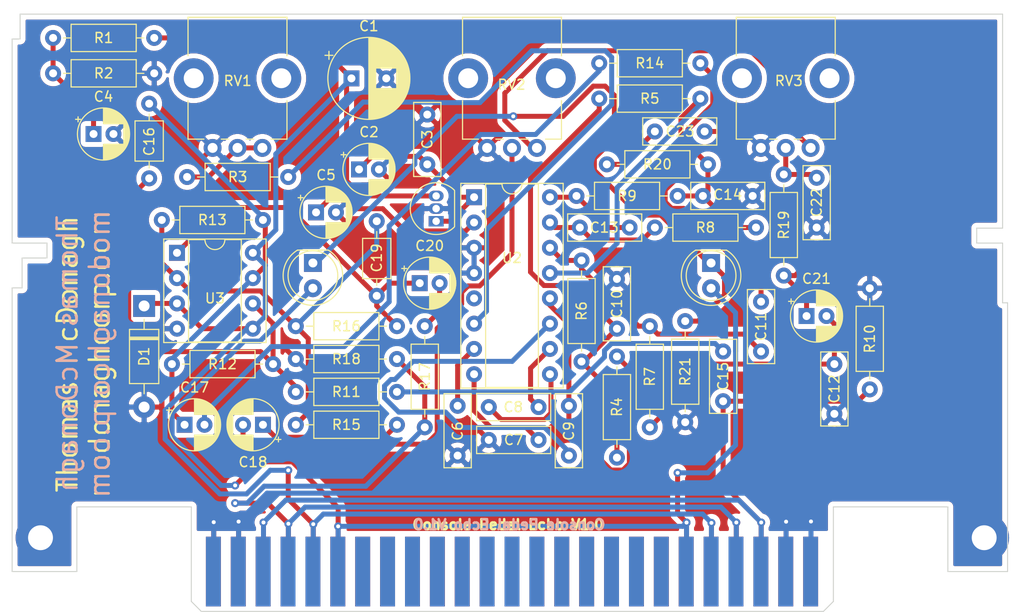
<source format=kicad_pcb>
(kicad_pcb (version 20171130) (host pcbnew "(5.1.7)-1")
  (layers (0 F.Cu signal) (31 B.Cu signal) (34 B.Paste user) (35 F.Paste user) (36 B.SilkS user) (37 F.SilkS user) (38 B.Mask user hide) (39 F.Mask user hide) (44 Edge.Cuts user))
  (net 0 "")
  (net 1 GND)
  (net 2 /LEDPower)
  (net 3 /Input)
  (net 4 /Output)
  (net 5 +9V)
  (net 6 /+5V)
  (net 7 "Net-(C4-Pad1)")
  (net 8 "Net-(C5-Pad1)")
  (net 9 "Net-(C6-Pad1)")
  (net 10 "Net-(C7-Pad1)")
  (net 11 "Net-(C8-Pad1)")
  (net 12 "Net-(C8-Pad2)")
  (net 13 "Net-(C9-Pad2)")
  (net 14 "Net-(C9-Pad1)")
  (net 15 "Net-(C10-Pad1)")
  (net 16 "Net-(C11-Pad1)")
  (net 17 "Net-(C11-Pad2)")
  (net 18 "Net-(C12-Pad1)")
  (net 19 "Net-(C13-Pad1)")
  (net 20 "Net-(C13-Pad2)")
  (net 21 "Net-(C14-Pad1)")
  (net 22 "Net-(C15-Pad1)")
  (net 23 "Net-(C16-Pad2)")
  (net 24 "Net-(C16-Pad1)")
  (net 25 "Net-(C17-Pad2)")
  (net 26 "Net-(C18-Pad1)")
  (net 27 "Net-(C18-Pad2)")
  (net 28 "Net-(C19-Pad1)")
  (net 29 "Net-(C19-Pad2)")
  (net 30 "Net-(C20-Pad2)")
  (net 31 "Net-(C21-Pad1)")
  (net 32 "Net-(C22-Pad2)")
  (net 33 "Net-(C23-Pad2)")
  (net 34 "Net-(C23-Pad1)")
  (net 35 "Net-(D2-Pad1)")
  (net 36 "Net-(R3-Pad2)")
  (net 37 "Net-(R3-Pad1)")
  (module LED_THT:LED_D5.0mm (layer F.Cu) (at 112.715 94.996 270)
    (fp_text reference D2 hide)
    (fp_text value LED)
    (pad 1 thru_hole rect (at 0 0 270) (size 1.8 1.8) (drill 0.9) (layers *.Cu *.Mask) (net 35 "Net-(D2-Pad1)"))
    (pad 2 thru_hole circle (at 2.54 0 270) (size 1.8 1.8) (drill 0.9) (layers *.Cu *.Mask) (net 2 /LEDPower))
  )
  (module LED_THT:LED_D5.0mm (layer F.Cu) (at 152.715 95 270)
    (fp_text reference D3 hide)
    (fp_text value LED)
    (pad 2 thru_hole circle (at 2.54 0 270) (size 1.8 1.8) (drill 0.9) (layers *.Cu *.Mask) (net 2 /LEDPower))
    (pad 1 thru_hole rect (at 0 0 270) (size 1.8 1.8) (drill 0.9) (layers *.Cu *.Mask) (net 35 "Net-(D2-Pad1)"))
  )
  (module libraries:N64-Connector (layer F.Cu) (at 132.715 126)
    (fp_text reference J1 hide)
    (fp_text value Conn_02x25_Counter_Clockwise)
    (pad 1 connect rect (at -30 0) (size 1.5 7) (layers F.Cu F.Mask) (net 1 GND))
    (pad 2 connect rect (at -27.5 0) (size 1.5 7) (layers F.Cu F.Mask) (net 1 GND))
    (pad 3 connect rect (at -25 0) (size 1.5 7) (layers F.Cu F.Mask) (net 3 /Input))
    (pad 4 connect rect (at -22.5 0) (size 1.5 7) (layers F.Cu F.Mask) (net 4 /Output))
    (pad 5 connect rect (at -20 0) (size 1.5 7) (layers F.Cu F.Mask) (net 5 +9V))
    (pad 6 connect rect (at -17.5 0) (size 1.5 7) (layers F.Cu F.Mask) (net 2 /LEDPower))
    (pad 7 connect rect (at -15 0) (size 1.5 7) (layers F.Cu F.Mask))
    (pad 8 connect rect (at -12.5 0) (size 1.5 7) (layers F.Cu F.Mask))
    (pad 9 connect rect (at -10 0) (size 1.5 7) (layers F.Cu F.Mask))
    (pad 10 connect rect (at -7.5 0) (size 1.5 7) (layers F.Cu F.Mask))
    (pad 11 connect rect (at -5 0) (size 1.5 7) (layers F.Cu F.Mask))
    (pad 12 connect rect (at -2.5 0) (size 1.5 7) (layers F.Cu F.Mask))
    (pad 13 connect rect (at 0 0) (size 1.5 7) (layers F.Cu F.Mask))
    (pad 14 connect rect (at 2.5 0) (size 1.5 7) (layers F.Cu F.Mask))
    (pad 15 connect rect (at 5 0) (size 1.5 7) (layers F.Cu F.Mask))
    (pad 16 connect rect (at 7.5 0) (size 1.5 7) (layers F.Cu F.Mask))
    (pad 17 connect rect (at 10 0) (size 1.5 7) (layers F.Cu F.Mask))
    (pad 18 connect rect (at 12.5 0) (size 1.5 7) (layers F.Cu F.Mask))
    (pad 19 connect rect (at 15 0) (size 1.5 7) (layers F.Cu F.Mask))
    (pad 20 connect rect (at 17.5 0) (size 1.5 7) (layers F.Cu F.Mask) (net 2 /LEDPower))
    (pad 21 connect rect (at 20 0) (size 1.5 7) (layers F.Cu F.Mask) (net 5 +9V))
    (pad 22 connect rect (at 22.5 0) (size 1.5 7) (layers F.Cu F.Mask) (net 4 /Output))
    (pad 23 connect rect (at 25 0) (size 1.5 7) (layers F.Cu F.Mask) (net 3 /Input))
    (pad 24 connect rect (at 27.5 0) (size 1.5 7) (layers F.Cu F.Mask) (net 1 GND))
    (pad 25 connect rect (at 30 0) (size 1.5 7) (layers F.Cu F.Mask) (net 1 GND))
    (pad 26 connect rect (at -30 0) (size 1.5 7) (layers B.Cu B.Mask) (net 1 GND))
    (pad 27 connect rect (at -27.5 0) (size 1.5 7) (layers B.Cu B.Mask) (net 1 GND))
    (pad 28 connect rect (at -25 0) (size 1.5 7) (layers B.Cu B.Mask) (net 3 /Input))
    (pad 29 connect rect (at -22.5 0) (size 1.5 7) (layers B.Cu B.Mask) (net 4 /Output))
    (pad 30 connect rect (at -20 0) (size 1.5 7) (layers B.Cu B.Mask) (net 5 +9V))
    (pad 31 connect rect (at -17.5 0) (size 1.5 7) (layers B.Cu B.Mask) (net 2 /LEDPower))
    (pad 32 connect rect (at -15 0) (size 1.5 7) (layers B.Cu B.Mask))
    (pad 33 connect rect (at -12.5 0) (size 1.5 7) (layers B.Cu B.Mask))
    (pad 34 connect rect (at -10 0) (size 1.5 7) (layers B.Cu B.Mask))
    (pad 35 connect rect (at -7.5 0) (size 1.5 7) (layers B.Cu B.Mask))
    (pad 36 connect rect (at -5 0) (size 1.5 7) (layers B.Cu B.Mask))
    (pad 37 connect rect (at -2.5 0) (size 1.5 7) (layers B.Cu B.Mask))
    (pad 38 connect rect (at 0 0) (size 1.5 7) (layers B.Cu B.Mask))
    (pad 39 connect rect (at 2.5 0) (size 1.5 7) (layers B.Cu B.Mask))
    (pad 40 connect rect (at 5 0) (size 1.5 7) (layers B.Cu B.Mask))
    (pad 41 connect rect (at 7.5 0) (size 1.5 7) (layers B.Cu B.Mask))
    (pad 42 connect rect (at 10 0) (size 1.5 7) (layers B.Cu B.Mask))
    (pad 43 connect rect (at 12.5 0) (size 1.5 7) (layers B.Cu B.Mask))
    (pad 44 connect rect (at 15 0) (size 1.5 7) (layers B.Cu B.Mask))
    (pad 45 connect rect (at 17.5 0) (size 1.5 7) (layers B.Cu B.Mask) (net 2 /LEDPower))
    (pad 46 connect rect (at 20 0) (size 1.5 7) (layers B.Cu B.Mask) (net 5 +9V))
    (pad 47 connect rect (at 22.5 0) (size 1.5 7) (layers B.Cu B.Mask) (net 4 /Output))
    (pad 48 connect rect (at 25 0) (size 1.5 7) (layers B.Cu B.Mask) (net 3 /Input))
    (pad 49 connect rect (at 27.5 0) (size 1.5 7) (layers B.Cu B.Mask) (net 1 GND))
    (pad 50 connect rect (at 30 0) (size 1.5 7) (layers B.Cu B.Mask) (net 1 GND))
  )
  (module MountingHole:MountingHole_2.5mm_Pad (layer F.Cu) (at 85.35 122.6)
    (fp_text reference H1 hide)
    (fp_text value MountingHole_Pad)
    (pad 1 thru_hole circle (at 0 0) (size 5 5) (drill 2.5) (layers *.Cu *.Mask) (net 1 GND))
  )
  (module MountingHole:MountingHole_2.5mm_Pad (layer F.Cu) (at 180.15 122.6)
    (fp_text reference H2 hide)
    (fp_text value MountingHole_Pad)
    (pad 1 thru_hole circle (at 0 0) (size 5 5) (drill 2.5) (layers *.Cu *.Mask) (net 1 GND))
  )
  (module Resistor_THT:R_Axial_DIN0207_L6.3mm_D2.5mm_P10.16mm_Horizontal (layer F.Cu) (at 150.114 110.998 90)
    (fp_text reference R21 (at 5.08 0 90) (layer F.SilkS))
    (fp_text value 100K)
    (pad 1 thru_hole circle (at 0 0 90) (size 1.6 1.6) (drill 0.8) (layers *.Cu *.Mask) (net 1 GND))
    (pad 2 thru_hole oval (at 10.16 0 90) (size 1.6 1.6) (drill 0.8) (layers *.Cu *.Mask) (net 35 "Net-(D2-Pad1)"))
  )
  (module Capacitor_THT:CP_Radial_D8.0mm_P3.50mm (layer F.Cu) (at 116.586 76.454)
    (fp_text reference C1 (at 1.75 -5.25) (layer F.SilkS))
    (fp_text value 100uF)
    (pad 1 thru_hole rect (at 0 0) (size 1.6 1.6) (drill 0.8) (layers *.Cu *.Mask) (net 5 +9V))
    (pad 2 thru_hole circle (at 3.5 0) (size 1.6 1.6) (drill 0.8) (layers *.Cu *.Mask) (net 1 GND))
  )
  (module Capacitor_THT:CP_Radial_D5.0mm_P2.00mm (layer F.Cu) (at 117.348 85.598)
    (fp_text reference C2 (at 1 -3.75) (layer F.SilkS))
    (fp_text value 47uF)
    (pad 2 thru_hole circle (at 2 0) (size 1.6 1.6) (drill 0.8) (layers *.Cu *.Mask) (net 1 GND))
    (pad 1 thru_hole rect (at 0 0) (size 1.6 1.6) (drill 0.8) (layers *.Cu *.Mask) (net 6 /+5V))
  )
  (module Capacitor_THT:C_Rect_L7.2mm_W2.5mm_P5.00mm_FKS2_FKP2_MKS2_MKP2 (layer F.Cu) (at 124.206 85.09 90)
    (fp_text reference C3 (at 2.5 0 90) (layer F.SilkS))
    (fp_text value 0.1uF)
    (pad 1 thru_hole circle (at 0 0 90) (size 1.6 1.6) (drill 0.8) (layers *.Cu *.Mask) (net 6 /+5V))
    (pad 2 thru_hole circle (at 5 0 90) (size 1.6 1.6) (drill 0.8) (layers *.Cu *.Mask) (net 1 GND))
  )
  (module Capacitor_THT:CP_Radial_D5.0mm_P2.00mm (layer F.Cu) (at 90.678 82.042)
    (fp_text reference C4 (at 1 -3.75) (layer F.SilkS))
    (fp_text value 47uF)
    (pad 1 thru_hole rect (at 0 0) (size 1.6 1.6) (drill 0.8) (layers *.Cu *.Mask) (net 7 "Net-(C4-Pad1)"))
    (pad 2 thru_hole circle (at 2 0) (size 1.6 1.6) (drill 0.8) (layers *.Cu *.Mask) (net 1 GND))
  )
  (module Capacitor_THT:CP_Radial_D5.0mm_P2.00mm (layer F.Cu) (at 113.03 89.916)
    (fp_text reference C5 (at 1 -3.75) (layer F.SilkS))
    (fp_text value 47uF)
    (pad 2 thru_hole circle (at 2 0) (size 1.6 1.6) (drill 0.8) (layers *.Cu *.Mask) (net 1 GND))
    (pad 1 thru_hole rect (at 0 0) (size 1.6 1.6) (drill 0.8) (layers *.Cu *.Mask) (net 8 "Net-(C5-Pad1)"))
  )
  (module Capacitor_THT:C_Rect_L7.2mm_W2.5mm_P5.00mm_FKS2_FKP2_MKS2_MKP2 (layer F.Cu) (at 127.254 109.347 270)
    (fp_text reference C6 (at 2.54 0 90) (layer F.SilkS))
    (fp_text value 0.1uF)
    (pad 1 thru_hole circle (at 0 0 270) (size 1.6 1.6) (drill 0.8) (layers *.Cu *.Mask) (net 9 "Net-(C6-Pad1)"))
    (pad 2 thru_hole circle (at 5 0 270) (size 1.6 1.6) (drill 0.8) (layers *.Cu *.Mask) (net 1 GND))
  )
  (module Capacitor_THT:C_Rect_L7.2mm_W2.5mm_P5.00mm_FKS2_FKP2_MKS2_MKP2 (layer F.Cu) (at 135.382 112.776 180)
    (fp_text reference C7 (at 2.5 0) (layer F.SilkS))
    (fp_text value 0.1uF)
    (pad 2 thru_hole circle (at 5 0 180) (size 1.6 1.6) (drill 0.8) (layers *.Cu *.Mask) (net 1 GND))
    (pad 1 thru_hole circle (at 0 0 180) (size 1.6 1.6) (drill 0.8) (layers *.Cu *.Mask) (net 10 "Net-(C7-Pad1)"))
  )
  (module Capacitor_THT:C_Rect_L7.2mm_W2.5mm_P5.00mm_FKS2_FKP2_MKS2_MKP2 (layer F.Cu) (at 135.382 109.474 180)
    (fp_text reference C8 (at 2.54 0) (layer F.SilkS))
    (fp_text value 0.1uF)
    (pad 1 thru_hole circle (at 0 0 180) (size 1.6 1.6) (drill 0.8) (layers *.Cu *.Mask) (net 11 "Net-(C8-Pad1)"))
    (pad 2 thru_hole circle (at 5 0 180) (size 1.6 1.6) (drill 0.8) (layers *.Cu *.Mask) (net 12 "Net-(C8-Pad2)"))
  )
  (module Capacitor_THT:C_Rect_L7.2mm_W2.5mm_P5.00mm_FKS2_FKP2_MKS2_MKP2 (layer F.Cu) (at 138.43 109.347 270)
    (fp_text reference C9 (at 2.54 0 270) (layer F.SilkS))
    (fp_text value 0.1uF)
    (pad 2 thru_hole circle (at 5 0 270) (size 1.6 1.6) (drill 0.8) (layers *.Cu *.Mask) (net 13 "Net-(C9-Pad2)"))
    (pad 1 thru_hole circle (at 0 0 270) (size 1.6 1.6) (drill 0.8) (layers *.Cu *.Mask) (net 14 "Net-(C9-Pad1)"))
  )
  (module Capacitor_THT:C_Rect_L7.2mm_W2.5mm_P5.00mm_FKS2_FKP2_MKS2_MKP2 (layer F.Cu) (at 143.256 101.6 90)
    (fp_text reference C10 (at 2.5 0 90) (layer F.SilkS))
    (fp_text value 0.015uF)
    (pad 1 thru_hole circle (at 0 0 90) (size 1.6 1.6) (drill 0.8) (layers *.Cu *.Mask) (net 15 "Net-(C10-Pad1)"))
    (pad 2 thru_hole circle (at 5 0 90) (size 1.6 1.6) (drill 0.8) (layers *.Cu *.Mask) (net 1 GND))
  )
  (module Capacitor_THT:C_Rect_L7.2mm_W2.5mm_P5.00mm_FKS2_FKP2_MKS2_MKP2 (layer F.Cu) (at 157.734 103.886 90)
    (fp_text reference C11 (at 2.5 0 90) (layer F.SilkS))
    (fp_text value 2200pF)
    (pad 1 thru_hole circle (at 0 0 90) (size 1.6 1.6) (drill 0.8) (layers *.Cu *.Mask) (net 16 "Net-(C11-Pad1)"))
    (pad 2 thru_hole circle (at 5 0 90) (size 1.6 1.6) (drill 0.8) (layers *.Cu *.Mask) (net 17 "Net-(C11-Pad2)"))
  )
  (module Capacitor_THT:C_Rect_L7.2mm_W2.5mm_P5.00mm_FKS2_FKP2_MKS2_MKP2 (layer F.Cu) (at 165.1 105.156 270)
    (fp_text reference C12 (at 2.5 0 90) (layer F.SilkS))
    (fp_text value 0.01uF)
    (pad 1 thru_hole circle (at 0 0 270) (size 1.6 1.6) (drill 0.8) (layers *.Cu *.Mask) (net 18 "Net-(C12-Pad1)"))
    (pad 2 thru_hole circle (at 5 0 270) (size 1.6 1.6) (drill 0.8) (layers *.Cu *.Mask) (net 1 GND))
  )
  (module Capacitor_THT:C_Rect_L7.2mm_W2.5mm_P5.00mm_FKS2_FKP2_MKS2_MKP2 (layer F.Cu) (at 144.526 91.44 180)
    (fp_text reference C13 (at 2.54 0) (layer F.SilkS))
    (fp_text value 2200pF)
    (pad 1 thru_hole circle (at 0 0 180) (size 1.6 1.6) (drill 0.8) (layers *.Cu *.Mask) (net 19 "Net-(C13-Pad1)"))
    (pad 2 thru_hole circle (at 5 0 180) (size 1.6 1.6) (drill 0.8) (layers *.Cu *.Mask) (net 20 "Net-(C13-Pad2)"))
  )
  (module Capacitor_THT:C_Rect_L7.2mm_W2.5mm_P5.00mm_FKS2_FKP2_MKS2_MKP2 (layer F.Cu) (at 151.892 88.265)
    (fp_text reference C14 (at 2.5 -0.127) (layer F.SilkS))
    (fp_text value 4700pF)
    (pad 2 thru_hole circle (at 5 0) (size 1.6 1.6) (drill 0.8) (layers *.Cu *.Mask) (net 1 GND))
    (pad 1 thru_hole circle (at 0 0) (size 1.6 1.6) (drill 0.8) (layers *.Cu *.Mask) (net 21 "Net-(C14-Pad1)"))
  )
  (module Capacitor_THT:C_Rect_L7.2mm_W2.5mm_P5.00mm_FKS2_FKP2_MKS2_MKP2 (layer F.Cu) (at 153.924 103.886 270)
    (fp_text reference C15 (at 2.5 0 90) (layer F.SilkS))
    (fp_text value 0.22uF)
    (pad 2 thru_hole circle (at 5 0 270) (size 1.6 1.6) (drill 0.8) (layers *.Cu *.Mask) (net 3 /Input))
    (pad 1 thru_hole circle (at 0 0 270) (size 1.6 1.6) (drill 0.8) (layers *.Cu *.Mask) (net 22 "Net-(C15-Pad1)"))
  )
  (module Capacitor_THT:C_Axial_L3.8mm_D2.6mm_P7.50mm_Horizontal (layer F.Cu) (at 96.266 78.994 270)
    (fp_text reference C16 (at 3.81 0 90) (layer F.SilkS))
    (fp_text value 47pF)
    (pad 2 thru_hole oval (at 7.5 0 270) (size 1.6 1.6) (drill 0.8) (layers *.Cu *.Mask) (net 23 "Net-(C16-Pad2)"))
    (pad 1 thru_hole circle (at 0 0 270) (size 1.6 1.6) (drill 0.8) (layers *.Cu *.Mask) (net 24 "Net-(C16-Pad1)"))
  )
  (module Capacitor_THT:CP_Radial_D5.0mm_P2.00mm (layer F.Cu) (at 99.822 111.252)
    (fp_text reference C17 (at 1 -3.75) (layer F.SilkS))
    (fp_text value 1uF)
    (pad 2 thru_hole circle (at 2 0) (size 1.6 1.6) (drill 0.8) (layers *.Cu *.Mask) (net 25 "Net-(C17-Pad2)"))
    (pad 1 thru_hole rect (at 0 0) (size 1.6 1.6) (drill 0.8) (layers *.Cu *.Mask) (net 24 "Net-(C16-Pad1)"))
  )
  (module Capacitor_THT:CP_Radial_D5.0mm_P2.00mm (layer F.Cu) (at 107.696 111.252 180)
    (fp_text reference C18 (at 1 -3.75) (layer F.SilkS))
    (fp_text value 1uF)
    (pad 1 thru_hole rect (at 0 0 180) (size 1.6 1.6) (drill 0.8) (layers *.Cu *.Mask) (net 26 "Net-(C18-Pad1)"))
    (pad 2 thru_hole circle (at 2 0 180) (size 1.6 1.6) (drill 0.8) (layers *.Cu *.Mask) (net 27 "Net-(C18-Pad2)"))
  )
  (module Capacitor_THT:C_Axial_L3.8mm_D2.6mm_P7.50mm_Horizontal (layer F.Cu) (at 119.126 98.298 90)
    (fp_text reference C19 (at 3.81 0 90) (layer F.SilkS))
    (fp_text value 100pF)
    (pad 1 thru_hole circle (at 0 0 90) (size 1.6 1.6) (drill 0.8) (layers *.Cu *.Mask) (net 28 "Net-(C19-Pad1)"))
    (pad 2 thru_hole oval (at 7.5 0 90) (size 1.6 1.6) (drill 0.8) (layers *.Cu *.Mask) (net 29 "Net-(C19-Pad2)"))
  )
  (module Capacitor_THT:CP_Radial_D5.0mm_P2.00mm (layer F.Cu) (at 123.444 97.028)
    (fp_text reference C20 (at 1 -3.75) (layer F.SilkS))
    (fp_text value 1uF)
    (pad 1 thru_hole rect (at 0 0) (size 1.6 1.6) (drill 0.8) (layers *.Cu *.Mask) (net 28 "Net-(C19-Pad1)"))
    (pad 2 thru_hole circle (at 2 0) (size 1.6 1.6) (drill 0.8) (layers *.Cu *.Mask) (net 30 "Net-(C20-Pad2)"))
  )
  (module Capacitor_THT:CP_Radial_D5.0mm_P2.00mm (layer F.Cu) (at 162.306 100.33)
    (fp_text reference C21 (at 1 -3.75) (layer F.SilkS))
    (fp_text value 1uF)
    (pad 1 thru_hole rect (at 0 0) (size 1.6 1.6) (drill 0.8) (layers *.Cu *.Mask) (net 31 "Net-(C21-Pad1)"))
    (pad 2 thru_hole circle (at 2 0) (size 1.6 1.6) (drill 0.8) (layers *.Cu *.Mask) (net 18 "Net-(C12-Pad1)"))
  )
  (module Capacitor_THT:C_Rect_L7.2mm_W2.5mm_P5.00mm_FKS2_FKP2_MKS2_MKP2 (layer F.Cu) (at 163.322 91.44 90)
    (fp_text reference C22 (at 2.5 0 90) (layer F.SilkS))
    (fp_text value 0.047uF)
    (pad 2 thru_hole circle (at 5 0 90) (size 1.6 1.6) (drill 0.8) (layers *.Cu *.Mask) (net 32 "Net-(C22-Pad2)"))
    (pad 1 thru_hole circle (at 0 0 90) (size 1.6 1.6) (drill 0.8) (layers *.Cu *.Mask) (net 1 GND))
  )
  (module Capacitor_THT:C_Rect_L7.2mm_W2.5mm_P5.00mm_FKS2_FKP2_MKS2_MKP2 (layer F.Cu) (at 147.066 81.788)
    (fp_text reference C23 (at 2.54 0) (layer F.SilkS))
    (fp_text value 0.022uF)
    (pad 2 thru_hole circle (at 5 0) (size 1.6 1.6) (drill 0.8) (layers *.Cu *.Mask) (net 33 "Net-(C23-Pad2)"))
    (pad 1 thru_hole circle (at 0 0) (size 1.6 1.6) (drill 0.8) (layers *.Cu *.Mask) (net 34 "Net-(C23-Pad1)"))
  )
  (module Diode_THT:D_DO-41_SOD81_P10.16mm_Horizontal (layer F.Cu) (at 95.758 99.314 270)
    (fp_text reference D1 (at 5.08 0 90) (layer F.SilkS))
    (fp_text value 1N4001)
    (pad 1 thru_hole rect (at 0 0 270) (size 2.2 2.2) (drill 1.1) (layers *.Cu *.Mask) (net 5 +9V))
    (pad 2 thru_hole oval (at 10.16 0 270) (size 2.2 2.2) (drill 1.1) (layers *.Cu *.Mask) (net 1 GND))
  )
  (module Resistor_THT:R_Axial_DIN0207_L6.3mm_D2.5mm_P10.16mm_Horizontal (layer F.Cu) (at 96.774 72.39 180)
    (fp_text reference R1 (at 5.08 0) (layer F.SilkS))
    (fp_text value 10K)
    (pad 1 thru_hole circle (at 0 0 180) (size 1.6 1.6) (drill 0.8) (layers *.Cu *.Mask) (net 5 +9V))
    (pad 2 thru_hole oval (at 10.16 0 180) (size 1.6 1.6) (drill 0.8) (layers *.Cu *.Mask) (net 7 "Net-(C4-Pad1)"))
  )
  (module Resistor_THT:R_Axial_DIN0207_L6.3mm_D2.5mm_P10.16mm_Horizontal (layer F.Cu) (at 86.614 75.946)
    (fp_text reference R2 (at 5.08 0) (layer F.SilkS))
    (fp_text value 10K)
    (pad 1 thru_hole circle (at 0 0) (size 1.6 1.6) (drill 0.8) (layers *.Cu *.Mask) (net 7 "Net-(C4-Pad1)"))
    (pad 2 thru_hole oval (at 10.16 0) (size 1.6 1.6) (drill 0.8) (layers *.Cu *.Mask) (net 1 GND))
  )
  (module Resistor_THT:R_Axial_DIN0207_L6.3mm_D2.5mm_P10.16mm_Horizontal (layer F.Cu) (at 110.236 86.36 180)
    (fp_text reference R3 (at 5.08 0) (layer F.SilkS))
    (fp_text value 2.7K)
    (pad 2 thru_hole oval (at 10.16 0 180) (size 1.6 1.6) (drill 0.8) (layers *.Cu *.Mask) (net 36 "Net-(R3-Pad2)"))
    (pad 1 thru_hole circle (at 0 0 180) (size 1.6 1.6) (drill 0.8) (layers *.Cu *.Mask) (net 37 "Net-(R3-Pad1)"))
  )
  (module Resistor_THT:R_Axial_DIN0207_L6.3mm_D2.5mm_P10.16mm_Horizontal (layer F.Cu) (at 143.256 114.554 90)
    (fp_text reference R4 (at 5.08 0 270) (layer F.SilkS))
    (fp_text value 10K)
    (pad 2 thru_hole oval (at 10.16 0 90) (size 1.6 1.6) (drill 0.8) (layers *.Cu *.Mask) (net 14 "Net-(C9-Pad1)"))
    (pad 1 thru_hole circle (at 0 0 90) (size 1.6 1.6) (drill 0.8) (layers *.Cu *.Mask) (net 15 "Net-(C10-Pad1)"))
  )
  (module Resistor_THT:R_Axial_DIN0207_L6.3mm_D2.5mm_P10.16mm_Horizontal (layer F.Cu) (at 141.478 78.486)
    (fp_text reference R5 (at 5.08 0) (layer F.SilkS))
    (fp_text value 10K)
    (pad 2 thru_hole oval (at 10.16 0) (size 1.6 1.6) (drill 0.8) (layers *.Cu *.Mask) (net 17 "Net-(C11-Pad2)"))
    (pad 1 thru_hole circle (at 0 0) (size 1.6 1.6) (drill 0.8) (layers *.Cu *.Mask) (net 15 "Net-(C10-Pad1)"))
  )
  (module Resistor_THT:R_Axial_DIN0207_L6.3mm_D2.5mm_P10.16mm_Horizontal (layer F.Cu) (at 139.7 104.902 90)
    (fp_text reference R6 (at 5.08 0 90) (layer F.SilkS))
    (fp_text value 20K)
    (pad 1 thru_hole circle (at 0 0 90) (size 1.6 1.6) (drill 0.8) (layers *.Cu *.Mask) (net 15 "Net-(C10-Pad1)"))
    (pad 2 thru_hole oval (at 10.16 0 90) (size 1.6 1.6) (drill 0.8) (layers *.Cu *.Mask) (net 16 "Net-(C11-Pad1)"))
  )
  (module Resistor_THT:R_Axial_DIN0207_L6.3mm_D2.5mm_P10.16mm_Horizontal (layer F.Cu) (at 146.558 111.506 90)
    (fp_text reference R7 (at 5.08 0 90) (layer F.SilkS))
    (fp_text value 1K)
    (pad 2 thru_hole oval (at 10.16 0 90) (size 1.6 1.6) (drill 0.8) (layers *.Cu *.Mask) (net 16 "Net-(C11-Pad1)"))
    (pad 1 thru_hole circle (at 0 0 90) (size 1.6 1.6) (drill 0.8) (layers *.Cu *.Mask) (net 18 "Net-(C12-Pad1)"))
  )
  (module Resistor_THT:R_Axial_DIN0207_L6.3mm_D2.5mm_P10.16mm_Horizontal (layer F.Cu) (at 147.066 91.44)
    (fp_text reference R8 (at 5.08 0) (layer F.SilkS))
    (fp_text value 10K)
    (pad 2 thru_hole oval (at 10.16 0) (size 1.6 1.6) (drill 0.8) (layers *.Cu *.Mask) (net 21 "Net-(C14-Pad1)"))
    (pad 1 thru_hole circle (at 0 0) (size 1.6 1.6) (drill 0.8) (layers *.Cu *.Mask) (net 20 "Net-(C13-Pad2)"))
  )
  (module Resistor_THT:R_Axial_DIN0207_L6.3mm_D2.5mm_P10.16mm_Horizontal (layer F.Cu) (at 139.192 88.265)
    (fp_text reference R9 (at 5.08 0) (layer F.SilkS))
    (fp_text value 10K)
    (pad 1 thru_hole circle (at 0 0) (size 1.6 1.6) (drill 0.8) (layers *.Cu *.Mask) (net 19 "Net-(C13-Pad1)"))
    (pad 2 thru_hole oval (at 10.16 0) (size 1.6 1.6) (drill 0.8) (layers *.Cu *.Mask) (net 21 "Net-(C14-Pad1)"))
  )
  (module Resistor_THT:R_Axial_DIN0207_L6.3mm_D2.5mm_P10.16mm_Horizontal (layer F.Cu) (at 168.656 107.696 90)
    (fp_text reference R10 (at 5.08 0 90) (layer F.SilkS))
    (fp_text value 1M)
    (pad 2 thru_hole oval (at 10.16 0 90) (size 1.6 1.6) (drill 0.8) (layers *.Cu *.Mask) (net 1 GND))
    (pad 1 thru_hole circle (at 0 0 90) (size 1.6 1.6) (drill 0.8) (layers *.Cu *.Mask) (net 3 /Input))
  )
  (module Resistor_THT:R_Axial_DIN0207_L6.3mm_D2.5mm_P10.16mm_Horizontal (layer F.Cu) (at 121.158 107.95 180)
    (fp_text reference R11 (at 5.08 0) (layer F.SilkS))
    (fp_text value 180K)
    (pad 1 thru_hole circle (at 0 0 180) (size 1.6 1.6) (drill 0.8) (layers *.Cu *.Mask) (net 22 "Net-(C15-Pad1)"))
    (pad 2 thru_hole oval (at 10.16 0 180) (size 1.6 1.6) (drill 0.8) (layers *.Cu *.Mask) (net 23 "Net-(C16-Pad2)"))
  )
  (module Resistor_THT:R_Axial_DIN0207_L6.3mm_D2.5mm_P10.16mm_Horizontal (layer F.Cu) (at 108.712 105.156 180)
    (fp_text reference R12 (at 5.08 0) (layer F.SilkS))
    (fp_text value 360K)
    (pad 1 thru_hole circle (at 0 0 180) (size 1.6 1.6) (drill 0.8) (layers *.Cu *.Mask) (net 23 "Net-(C16-Pad2)"))
    (pad 2 thru_hole oval (at 10.16 0 180) (size 1.6 1.6) (drill 0.8) (layers *.Cu *.Mask) (net 24 "Net-(C16-Pad1)"))
  )
  (module Resistor_THT:R_Axial_DIN0207_L6.3mm_D2.5mm_P10.16mm_Horizontal (layer F.Cu) (at 97.536 90.678)
    (fp_text reference R13 (at 5.08 0) (layer F.SilkS))
    (fp_text value 22K)
    (pad 2 thru_hole oval (at 10.16 0) (size 1.6 1.6) (drill 0.8) (layers *.Cu *.Mask) (net 24 "Net-(C16-Pad1)"))
    (pad 1 thru_hole circle (at 0 0) (size 1.6 1.6) (drill 0.8) (layers *.Cu *.Mask) (net 29 "Net-(C19-Pad2)"))
  )
  (module Resistor_THT:R_Axial_DIN0207_L6.3mm_D2.5mm_P10.16mm_Horizontal (layer F.Cu) (at 141.478 74.93)
    (fp_text reference R14 (at 5.08 0) (layer F.SilkS))
    (fp_text value 10K)
    (pad 1 thru_hole circle (at 0 0) (size 1.6 1.6) (drill 0.8) (layers *.Cu *.Mask) (net 25 "Net-(C17-Pad2)"))
    (pad 2 thru_hole oval (at 10.16 0) (size 1.6 1.6) (drill 0.8) (layers *.Cu *.Mask) (net 21 "Net-(C14-Pad1)"))
  )
  (module Resistor_THT:R_Axial_DIN0207_L6.3mm_D2.5mm_P10.16mm_Horizontal (layer F.Cu) (at 110.998 111.252)
    (fp_text reference R15 (at 5.08 0) (layer F.SilkS))
    (fp_text value 20K)
    (pad 1 thru_hole circle (at 0 0) (size 1.6 1.6) (drill 0.8) (layers *.Cu *.Mask) (net 29 "Net-(C19-Pad2)"))
    (pad 2 thru_hole oval (at 10.16 0) (size 1.6 1.6) (drill 0.8) (layers *.Cu *.Mask) (net 26 "Net-(C18-Pad1)"))
  )
  (module Resistor_THT:R_Axial_DIN0207_L6.3mm_D2.5mm_P10.16mm_Horizontal (layer F.Cu) (at 110.998 101.346)
    (fp_text reference R16 (at 5.08 0) (layer F.SilkS))
    (fp_text value 12K)
    (pad 2 thru_hole oval (at 10.16 0) (size 1.6 1.6) (drill 0.8) (layers *.Cu *.Mask) (net 28 "Net-(C19-Pad1)"))
    (pad 1 thru_hole circle (at 0 0) (size 1.6 1.6) (drill 0.8) (layers *.Cu *.Mask) (net 29 "Net-(C19-Pad2)"))
  )
  (module Resistor_THT:R_Axial_DIN0207_L6.3mm_D2.5mm_P10.16mm_Horizontal (layer F.Cu) (at 123.952 111.506 90)
    (fp_text reference R17 (at 5.08 0 90) (layer F.SilkS))
    (fp_text value 1K)
    (pad 2 thru_hole oval (at 10.16 0 90) (size 1.6 1.6) (drill 0.8) (layers *.Cu *.Mask) (net 30 "Net-(C20-Pad2)"))
    (pad 1 thru_hole circle (at 0 0 90) (size 1.6 1.6) (drill 0.8) (layers *.Cu *.Mask) (net 4 /Output))
  )
  (module Resistor_THT:R_Axial_DIN0207_L6.3mm_D2.5mm_P10.16mm_Horizontal (layer F.Cu) (at 110.998 104.648)
    (fp_text reference R18 (at 5.08 0) (layer F.SilkS))
    (fp_text value 100K)
    (pad 2 thru_hole oval (at 10.16 0) (size 1.6 1.6) (drill 0.8) (layers *.Cu *.Mask) (net 4 /Output))
    (pad 1 thru_hole circle (at 0 0) (size 1.6 1.6) (drill 0.8) (layers *.Cu *.Mask) (net 1 GND))
  )
  (module Resistor_THT:R_Axial_DIN0207_L6.3mm_D2.5mm_P10.16mm_Horizontal (layer F.Cu) (at 160.02 96.266 90)
    (fp_text reference R19 (at 5.08 0 90) (layer F.SilkS))
    (fp_text value 2K)
    (pad 1 thru_hole circle (at 0 0 90) (size 1.6 1.6) (drill 0.8) (layers *.Cu *.Mask) (net 31 "Net-(C21-Pad1)"))
    (pad 2 thru_hole oval (at 10.16 0 90) (size 1.6 1.6) (drill 0.8) (layers *.Cu *.Mask) (net 32 "Net-(C22-Pad2)"))
  )
  (module Resistor_THT:R_Axial_DIN0207_L6.3mm_D2.5mm_P10.16mm_Horizontal (layer F.Cu) (at 152.4 85.09 180)
    (fp_text reference R20 (at 5.08 0) (layer F.SilkS))
    (fp_text value 5.1K)
    (pad 1 thru_hole circle (at 0 0 180) (size 1.6 1.6) (drill 0.8) (layers *.Cu *.Mask) (net 21 "Net-(C14-Pad1)"))
    (pad 2 thru_hole oval (at 10.16 0 180) (size 1.6 1.6) (drill 0.8) (layers *.Cu *.Mask) (net 34 "Net-(C23-Pad1)"))
  )
  (module Potentiometer_THT:Potentiometer_Bourns_PTV09A-1_Single_Vertical (layer F.Cu) (at 107.639 83.439 90)
    (fp_text reference RV1 (at 6.731 -2.483 180) (layer F.SilkS))
    (fp_text value TIME)
    (pad "" np_thru_hole circle (at 7 1.9 90) (size 4 4) (drill 2) (layers *.Cu *.Mask))
    (pad "" np_thru_hole circle (at 7 -6.9 90) (size 4 4) (drill 2) (layers *.Cu *.Mask))
    (pad 1 thru_hole circle (at 0 0 90) (size 1.8 1.8) (drill 1) (layers *.Cu *.Mask) (net 36 "Net-(R3-Pad2)"))
    (pad 2 thru_hole circle (at 0 -2.5 90) (size 1.8 1.8) (drill 1) (layers *.Cu *.Mask) (net 36 "Net-(R3-Pad2)"))
    (pad 3 thru_hole circle (at 0 -5 90) (size 1.8 1.8) (drill 1) (layers *.Cu *.Mask) (net 1 GND))
  )
  (module Potentiometer_THT:Potentiometer_Bourns_PTV09A-1_Single_Vertical (layer F.Cu) (at 135.215 83.439 90)
    (fp_text reference RV2 (at 6.35 -2.54 180) (layer F.SilkS))
    (fp_text value LEVEL)
    (pad 3 thru_hole circle (at 0 -5 90) (size 1.8 1.8) (drill 1) (layers *.Cu *.Mask) (net 1 GND))
    (pad 2 thru_hole circle (at 0 -2.5 90) (size 1.8 1.8) (drill 1) (layers *.Cu *.Mask) (net 27 "Net-(C18-Pad2)"))
    (pad 1 thru_hole circle (at 0 0 90) (size 1.8 1.8) (drill 1) (layers *.Cu *.Mask) (net 31 "Net-(C21-Pad1)"))
    (pad "" np_thru_hole circle (at 7 -6.9 90) (size 4 4) (drill 2) (layers *.Cu *.Mask))
    (pad "" np_thru_hole circle (at 7 1.9 90) (size 4 4) (drill 2) (layers *.Cu *.Mask))
  )
  (module Potentiometer_THT:Potentiometer_Bourns_PTV09A-1_Single_Vertical (layer F.Cu) (at 162.715 83.439 90)
    (fp_text reference RV3 (at 6.731 -2.187 180) (layer F.SilkS))
    (fp_text value REPEATS)
    (pad 3 thru_hole circle (at 0 -5 90) (size 1.8 1.8) (drill 1) (layers *.Cu *.Mask) (net 1 GND))
    (pad 2 thru_hole circle (at 0 -2.5 90) (size 1.8 1.8) (drill 1) (layers *.Cu *.Mask) (net 32 "Net-(C22-Pad2)"))
    (pad 1 thru_hole circle (at 0 0 90) (size 1.8 1.8) (drill 1) (layers *.Cu *.Mask) (net 33 "Net-(C23-Pad2)"))
    (pad "" np_thru_hole circle (at 7 -6.9 90) (size 4 4) (drill 2) (layers *.Cu *.Mask))
    (pad "" np_thru_hole circle (at 7 1.9 90) (size 4 4) (drill 2) (layers *.Cu *.Mask))
  )
  (module Package_TO_SOT_THT:TO-92_Inline (layer F.Cu) (at 125.095 90.805 90)
    (fp_text reference U1 hide)
    (fp_text value L78L05_TO92)
    (pad 2 thru_hole oval (at 1.27 0 90) (size 1.05 1.5) (drill 0.75) (layers *.Cu *.Mask) (net 1 GND))
    (pad 3 thru_hole oval (at 2.54 0 90) (size 1.05 1.5) (drill 0.75) (layers *.Cu *.Mask) (net 5 +9V))
    (pad 1 thru_hole rect (at 0 0 90) (size 1.05 1.5) (drill 0.75) (layers *.Cu *.Mask) (net 6 /+5V))
  )
  (module Package_DIP:DIP-16_W7.62mm_Socket (layer F.Cu) (at 128.905 88.392)
    (fp_text reference U2 (at 3.81 6.096) (layer F.SilkS))
    (fp_text value PT2399)
    (pad 1 thru_hole rect (at 0 0) (size 1.6 1.6) (drill 0.8) (layers *.Cu *.Mask) (net 6 /+5V))
    (pad 9 thru_hole oval (at 7.62 17.78) (size 1.6 1.6) (drill 0.8) (layers *.Cu *.Mask) (net 12 "Net-(C8-Pad2)"))
    (pad 2 thru_hole oval (at 0 2.54) (size 1.6 1.6) (drill 0.8) (layers *.Cu *.Mask) (net 8 "Net-(C5-Pad1)"))
    (pad 10 thru_hole oval (at 7.62 15.24) (size 1.6 1.6) (drill 0.8) (layers *.Cu *.Mask) (net 11 "Net-(C8-Pad1)"))
    (pad 3 thru_hole oval (at 0 5.08) (size 1.6 1.6) (drill 0.8) (layers *.Cu *.Mask) (net 1 GND))
    (pad 11 thru_hole oval (at 7.62 12.7) (size 1.6 1.6) (drill 0.8) (layers *.Cu *.Mask) (net 13 "Net-(C9-Pad2)"))
    (pad 4 thru_hole oval (at 0 7.62) (size 1.6 1.6) (drill 0.8) (layers *.Cu *.Mask) (net 1 GND))
    (pad 12 thru_hole oval (at 7.62 10.16) (size 1.6 1.6) (drill 0.8) (layers *.Cu *.Mask) (net 14 "Net-(C9-Pad1)"))
    (pad 5 thru_hole oval (at 0 10.16) (size 1.6 1.6) (drill 0.8) (layers *.Cu *.Mask))
    (pad 13 thru_hole oval (at 7.62 7.62) (size 1.6 1.6) (drill 0.8) (layers *.Cu *.Mask) (net 17 "Net-(C11-Pad2)"))
    (pad 6 thru_hole oval (at 0 12.7) (size 1.6 1.6) (drill 0.8) (layers *.Cu *.Mask) (net 37 "Net-(R3-Pad1)"))
    (pad 14 thru_hole oval (at 7.62 5.08) (size 1.6 1.6) (drill 0.8) (layers *.Cu *.Mask) (net 16 "Net-(C11-Pad1)"))
    (pad 7 thru_hole oval (at 0 15.24) (size 1.6 1.6) (drill 0.8) (layers *.Cu *.Mask) (net 9 "Net-(C6-Pad1)"))
    (pad 15 thru_hole oval (at 7.62 2.54) (size 1.6 1.6) (drill 0.8) (layers *.Cu *.Mask) (net 20 "Net-(C13-Pad2)"))
    (pad 8 thru_hole oval (at 0 17.78) (size 1.6 1.6) (drill 0.8) (layers *.Cu *.Mask) (net 10 "Net-(C7-Pad1)"))
    (pad 16 thru_hole oval (at 7.62 0) (size 1.6 1.6) (drill 0.8) (layers *.Cu *.Mask) (net 19 "Net-(C13-Pad1)"))
  )
  (module Package_DIP:DIP-8_W7.62mm_Socket (layer F.Cu) (at 99.06 93.98)
    (fp_text reference U3 (at 3.81 4.572) (layer F.SilkS))
    (fp_text value TL072)
    (pad 1 thru_hole rect (at 0 0) (size 1.6 1.6) (drill 0.8) (layers *.Cu *.Mask) (net 28 "Net-(C19-Pad1)"))
    (pad 5 thru_hole oval (at 7.62 7.62) (size 1.6 1.6) (drill 0.8) (layers *.Cu *.Mask) (net 5 +9V))
    (pad 2 thru_hole oval (at 0 2.54) (size 1.6 1.6) (drill 0.8) (layers *.Cu *.Mask) (net 29 "Net-(C19-Pad2)"))
    (pad 6 thru_hole oval (at 7.62 5.08) (size 1.6 1.6) (drill 0.8) (layers *.Cu *.Mask) (net 23 "Net-(C16-Pad2)"))
    (pad 3 thru_hole oval (at 0 5.08) (size 1.6 1.6) (drill 0.8) (layers *.Cu *.Mask) (net 5 +9V))
    (pad 7 thru_hole oval (at 7.62 2.54) (size 1.6 1.6) (drill 0.8) (layers *.Cu *.Mask) (net 24 "Net-(C16-Pad1)"))
    (pad 4 thru_hole oval (at 0 7.62) (size 1.6 1.6) (drill 0.8) (layers *.Cu *.Mask) (net 1 GND))
    (pad 8 thru_hole oval (at 7.62 0) (size 1.6 1.6) (drill 0.8) (layers *.Cu *.Mask) (net 5 +9V))
  )
  (gr_line (start 182 70) (end 83.3 70) (layer Edge.Cuts) (width 0.1))
  (gr_line (start 182 70) (end 182 91.5) (layer Edge.Cuts) (width 0.1))
  (gr_line (start 182 91.5) (end 179.4 91.5) (layer Edge.Cuts) (width 0.1))
  (gr_line (start 179.4 93) (end 179.4 91.5) (layer Edge.Cuts) (width 0.1))
  (gr_line (start 182 93) (end 179.4 93) (layer Edge.Cuts) (width 0.1))
  (gr_line (start 83.3 72.5) (end 83.3 70) (layer Edge.Cuts) (width 0.1))
  (gr_line (start 82.5 72.5) (end 83.3 72.5) (layer Edge.Cuts) (width 0.1))
  (gr_line (start 82.5 93) (end 82.5 72.5) (layer Edge.Cuts) (width 0.1))
  (gr_line (start 86 93) (end 82.5 93) (layer Edge.Cuts) (width 0.1))
  (gr_text "Console Pedal Echo V1.0 " (at 132.08 121.285) (layer B.SilkS) (effects (font (size 1 1) (thickness 0.25)) (justify mirror)))
  (gr_text "Console Pedal Echo V1.0 " (at 132.715 121.285) (layer F.SilkS) (effects (font (size 1 1) (thickness 0.25))))
  (gr_text "Thomas McDonagh\nmcdonaghcorp.com" (at 89.662 104.14 90) (layer B.SilkS) (effects (font (size 2 2) (thickness 0.25)) (justify mirror)))
  (gr_text "Thomas McDonagh\nmcdonaghcorp.com" (at 89.662 104.14 90) (layer F.SilkS) (effects (font (size 2 2) (thickness 0.25))))
  (gr_line (start 182 93) (end 182 99) (layer Edge.Cuts) (width 0.1))
  (gr_line (start 182.5 99) (end 182 99) (layer Edge.Cuts) (width 0.1))
  (gr_line (start 182.5 126) (end 182.5 99) (layer Edge.Cuts) (width 0.1))
  (gr_line (start 182.5 126) (end 176.5 126) (layer Edge.Cuts) (width 0.1))
  (gr_line (start 176.5 119.5) (end 176.5 126) (layer Edge.Cuts) (width 0.1))
  (gr_line (start 176.5 119.5) (end 165 119.5) (layer Edge.Cuts) (width 0.1))
  (gr_line (start 165 129) (end 165 119.5) (layer Edge.Cuts) (width 0.1))
  (gr_line (start 165 129) (end 164 130) (layer Edge.Cuts) (width 0.1))
  (gr_line (start 86 94.5) (end 86 93) (layer Edge.Cuts) (width 0.1))
  (gr_line (start 83.5 94.5) (end 86 94.5) (layer Edge.Cuts) (width 0.1))
  (gr_line (start 83.5 97.5) (end 83.5 94.5) (layer Edge.Cuts) (width 0.1))
  (gr_line (start 82.5 97.5) (end 83.5 97.5) (layer Edge.Cuts) (width 0.1))
  (gr_line (start 82.5 126) (end 82.5 97.5) (layer Edge.Cuts) (width 0.1))
  (gr_line (start 89 126) (end 82.5 126) (layer Edge.Cuts) (width 0.1))
  (gr_line (start 89 119.5) (end 89 126) (layer Edge.Cuts) (width 0.1))
  (gr_line (start 100.5 119.5) (end 89 119.5) (layer Edge.Cuts) (width 0.1))
  (gr_line (start 100.5 129) (end 100.5 119.5) (layer Edge.Cuts) (width 0.1))
  (gr_line (start 100.5 129) (end 101.5 130) (layer Edge.Cuts) (width 0.1))
  (gr_line (start 164 130) (end 101.5 130) (layer Edge.Cuts) (width 0.1))
  (segment (start 105.25 126) (end 105.25 120.979) (width 0.5) (layer F.Cu) (net 1))
  (via (at 105.25 120.979) (size 0.8) (drill 0.4) (layers F.Cu B.Cu) (net 1))
  (segment (start 105.25 126) (end 105.25 120.979) (width 0.5) (layer B.Cu) (net 1))
  (segment (start 160.25 126) (end 160.25 120.988) (width 0.5) (layer F.Cu) (net 1))
  (via (at 160.25 120.988) (size 0.8) (drill 0.4) (layers F.Cu B.Cu) (net 1))
  (segment (start 160.25 126) (end 160.25 120.988) (width 0.5) (layer B.Cu) (net 1))
  (segment (start 157.384969 118.122969) (end 160.25 120.988) (width 0.5) (layer B.Cu) (net 1))
  (segment (start 108.106031 118.122969) (end 157.384969 118.122969) (width 0.5) (layer B.Cu) (net 1))
  (segment (start 105.25 120.979) (end 108.106031 118.122969) (width 0.5) (layer B.Cu) (net 1))
  (segment (start 102.75 126) (end 102.75 121.038) (width 0.5) (layer F.Cu) (net 1))
  (via (at 102.75 121.038) (size 0.8) (drill 0.4) (layers F.Cu B.Cu) (net 1))
  (segment (start 102.75 126) (end 102.75 121.038) (width 0.5) (layer B.Cu) (net 1))
  (segment (start 162.75 126) (end 162.75 120.967) (width 0.5) (layer F.Cu) (net 1))
  (via (at 162.75 120.967) (size 0.8) (drill 0.4) (layers F.Cu B.Cu) (net 1))
  (segment (start 162.75 120.967) (end 162.75 126) (width 0.5) (layer B.Cu) (net 1))
  (segment (start 162.729 120.988) (end 162.75 120.967) (width 0.5) (layer B.Cu) (net 1))
  (segment (start 160.25 120.988) (end 162.729 120.988) (width 0.5) (layer B.Cu) (net 1))
  (segment (start 105.191 121.038) (end 105.25 120.979) (width 0.5) (layer B.Cu) (net 1))
  (segment (start 102.75 121.038) (end 105.191 121.038) (width 0.5) (layer B.Cu) (net 1))
  (segment (start 123.722 80.09) (end 124.206 80.09) (width 0.5) (layer F.Cu) (net 1))
  (segment (start 120.086 76.454) (end 123.722 80.09) (width 0.5) (layer F.Cu) (net 1))
  (segment (start 115.25 126) (end 115.25 121.454) (width 0.5) (layer F.Cu) (net 2))
  (via (at 115.25 121.454) (size 0.8) (drill 0.4) (layers F.Cu B.Cu) (net 2))
  (segment (start 115.25 126) (end 115.25 121.454) (width 0.5) (layer B.Cu) (net 2))
  (segment (start 150.25 126) (end 150.25 121.073) (width 0.5) (layer F.Cu) (net 2))
  (via (at 150.25 121.073) (size 0.8) (drill 0.4) (layers F.Cu B.Cu) (net 2))
  (segment (start 150.25 121.073) (end 150.25 126) (width 0.5) (layer B.Cu) (net 2))
  (segment (start 149.869 121.454) (end 150.25 121.073) (width 0.5) (layer B.Cu) (net 2))
  (segment (start 115.25 121.454) (end 149.869 121.454) (width 0.5) (layer B.Cu) (net 2))
  (segment (start 98.571999 110.091999) (end 98.571999 112.412001) (width 0.5) (layer B.Cu) (net 2))
  (segment (start 105.813997 102.850001) (end 98.571999 110.091999) (width 0.5) (layer B.Cu) (net 2))
  (segment (start 107.400999 102.850001) (end 105.813997 102.850001) (width 0.5) (layer B.Cu) (net 2))
  (segment (start 98.571999 112.412001) (end 103.507998 117.348) (width 0.5) (layer B.Cu) (net 2))
  (segment (start 112.715 97.536) (end 107.400999 102.850001) (width 0.5) (layer B.Cu) (net 2))
  (segment (start 103.507998 117.348) (end 104.902 117.348) (width 0.5) (layer B.Cu) (net 2))
  (via (at 104.902 117.348) (size 0.8) (drill 0.4) (layers F.Cu B.Cu) (net 2))
  (segment (start 115.25 119.579998) (end 115.25 121.454) (width 0.5) (layer F.Cu) (net 2))
  (segment (start 110.644001 114.973999) (end 115.25 119.579998) (width 0.5) (layer F.Cu) (net 2))
  (segment (start 107.276001 114.973999) (end 110.644001 114.973999) (width 0.5) (layer F.Cu) (net 2))
  (segment (start 104.902 117.348) (end 107.276001 114.973999) (width 0.5) (layer F.Cu) (net 2))
  (segment (start 155.174001 113.296001) (end 152.392002 116.078) (width 0.5) (layer B.Cu) (net 2))
  (segment (start 155.174001 112.502001) (end 155.174001 113.296001) (width 0.5) (layer B.Cu) (net 2))
  (segment (start 152.392002 116.078) (end 149.352 116.078) (width 0.5) (layer B.Cu) (net 2))
  (via (at 149.352 116.078) (size 0.8) (drill 0.4) (layers F.Cu B.Cu) (net 2))
  (segment (start 149.352 120.175) (end 150.25 121.073) (width 0.5) (layer F.Cu) (net 2))
  (segment (start 149.352 116.078) (end 149.352 120.175) (width 0.5) (layer F.Cu) (net 2))
  (segment (start 152.715 97.54) (end 155.174001 99.999001) (width 0.5) (layer B.Cu) (net 2))
  (segment (start 155.174001 99.999001) (end 155.174001 103.866001) (width 0.5) (layer B.Cu) (net 2))
  (segment (start 155.174001 103.866001) (end 155.174001 112.502001) (width 0.5) (layer B.Cu) (net 2))
  (segment (start 155.174001 102.464001) (end 155.174001 103.866001) (width 0.5) (layer B.Cu) (net 2))
  (segment (start 107.75 126) (end 107.75 121.066) (width 0.5) (layer F.Cu) (net 3))
  (via (at 107.75 121.066) (size 0.8) (drill 0.4) (layers F.Cu B.Cu) (net 3))
  (segment (start 107.75 121.066) (end 107.75 126) (width 0.5) (layer B.Cu) (net 3))
  (segment (start 157.75 126) (end 157.75 121.066) (width 0.5) (layer F.Cu) (net 3))
  (via (at 157.75 121.066) (size 0.8) (drill 0.4) (layers F.Cu B.Cu) (net 3))
  (segment (start 157.75 121.066) (end 157.75 126) (width 0.5) (layer B.Cu) (net 3))
  (segment (start 155.506979 118.822979) (end 157.75 121.066) (width 0.5) (layer B.Cu) (net 3))
  (segment (start 109.993021 118.822979) (end 155.506979 118.822979) (width 0.5) (layer B.Cu) (net 3))
  (segment (start 107.75 121.066) (end 109.993021 118.822979) (width 0.5) (layer B.Cu) (net 3))
  (segment (start 153.924 117.24) (end 157.75 121.066) (width 0.5) (layer F.Cu) (net 3))
  (segment (start 153.924 108.886) (end 153.924 117.24) (width 0.5) (layer F.Cu) (net 3))
  (segment (start 167.466 108.886) (end 168.656 107.696) (width 0.5) (layer F.Cu) (net 3))
  (segment (start 153.924 108.886) (end 167.466 108.886) (width 0.5) (layer F.Cu) (net 3))
  (segment (start 110.25 126) (end 110.25 121.195) (width 0.5) (layer F.Cu) (net 4))
  (via (at 110.25 121.195) (size 0.8) (drill 0.4) (layers F.Cu B.Cu) (net 4))
  (segment (start 110.25 121.195) (end 110.25 126) (width 0.5) (layer B.Cu) (net 4))
  (segment (start 155.25 126) (end 155.25 121.068) (width 0.5) (layer F.Cu) (net 4))
  (via (at 155.25 121.068) (size 0.8) (drill 0.4) (layers F.Cu B.Cu) (net 4))
  (segment (start 155.25 121.068) (end 155.25 126) (width 0.5) (layer B.Cu) (net 4))
  (segment (start 153.704989 119.522989) (end 155.25 121.068) (width 0.5) (layer B.Cu) (net 4))
  (segment (start 111.922011 119.522989) (end 153.704989 119.522989) (width 0.5) (layer B.Cu) (net 4))
  (segment (start 110.25 121.195) (end 111.922011 119.522989) (width 0.5) (layer B.Cu) (net 4))
  (segment (start 123.952 107.442) (end 123.952 111.506) (width 0.5) (layer F.Cu) (net 4))
  (segment (start 121.158 104.648) (end 123.952 107.442) (width 0.5) (layer F.Cu) (net 4))
  (segment (start 123.952 111.506) (end 118.035041 117.422959) (width 0.5) (layer B.Cu) (net 4))
  (segment (start 107.816078 117.422959) (end 106.113037 119.126) (width 0.5) (layer B.Cu) (net 4))
  (segment (start 118.035041 117.422959) (end 107.816078 117.422959) (width 0.5) (layer B.Cu) (net 4))
  (segment (start 106.113037 119.126) (end 104.902 119.126) (width 0.5) (layer B.Cu) (net 4))
  (via (at 104.902 119.126) (size 0.8) (drill 0.4) (layers F.Cu B.Cu) (net 4))
  (segment (start 108.181 119.126) (end 110.25 121.195) (width 0.5) (layer F.Cu) (net 4))
  (segment (start 104.902 119.126) (end 108.181 119.126) (width 0.5) (layer F.Cu) (net 4))
  (segment (start 112.75 126) (end 112.75 121.235) (width 0.5) (layer F.Cu) (net 5))
  (via (at 112.75 121.235) (size 0.8) (drill 0.4) (layers F.Cu B.Cu) (net 5))
  (segment (start 112.75 121.235) (end 112.75 126) (width 0.5) (layer B.Cu) (net 5))
  (segment (start 152.75 126) (end 152.75 121.108) (width 0.5) (layer F.Cu) (net 5))
  (via (at 152.75 121.108) (size 0.8) (drill 0.4) (layers F.Cu B.Cu) (net 5))
  (segment (start 152.75 121.108) (end 152.75 126) (width 0.5) (layer B.Cu) (net 5))
  (segment (start 151.864999 120.222999) (end 152.75 121.108) (width 0.5) (layer B.Cu) (net 5))
  (segment (start 113.762001 120.222999) (end 151.864999 120.222999) (width 0.5) (layer B.Cu) (net 5))
  (segment (start 112.75 121.235) (end 113.762001 120.222999) (width 0.5) (layer B.Cu) (net 5))
  (segment (start 112.522 72.39) (end 116.586 76.454) (width 0.5) (layer F.Cu) (net 5))
  (segment (start 96.774 72.39) (end 112.522 72.39) (width 0.5) (layer F.Cu) (net 5))
  (segment (start 101.6 101.6) (end 99.06 99.06) (width 0.5) (layer F.Cu) (net 5))
  (segment (start 106.68 101.6) (end 101.6 101.6) (width 0.5) (layer F.Cu) (net 5))
  (segment (start 96.012 99.06) (end 95.758 99.314) (width 0.5) (layer F.Cu) (net 5))
  (segment (start 99.06 99.06) (end 96.012 99.06) (width 0.5) (layer F.Cu) (net 5))
  (segment (start 116.097999 76.942001) (end 116.586 76.454) (width 0.5) (layer F.Cu) (net 5))
  (segment (start 116.097999 86.758001) (end 116.097999 76.942001) (width 0.5) (layer F.Cu) (net 5))
  (segment (start 117.604998 88.265) (end 116.097999 86.758001) (width 0.5) (layer F.Cu) (net 5))
  (segment (start 125.095 88.265) (end 117.604998 88.265) (width 0.5) (layer F.Cu) (net 5))
  (segment (start 107.930001 95.230001) (end 106.68 93.98) (width 0.5) (layer B.Cu) (net 5))
  (segment (start 107.930001 100.349999) (end 107.930001 95.230001) (width 0.5) (layer B.Cu) (net 5))
  (segment (start 106.68 101.6) (end 107.930001 100.349999) (width 0.5) (layer B.Cu) (net 5))
  (segment (start 108.985999 84.054001) (end 116.586 76.454) (width 0.5) (layer B.Cu) (net 5))
  (segment (start 108.985999 91.674001) (end 108.985999 84.054001) (width 0.5) (layer B.Cu) (net 5))
  (segment (start 106.68 93.98) (end 108.985999 91.674001) (width 0.5) (layer B.Cu) (net 5))
  (segment (start 103.368037 118.198001) (end 106.051074 118.198001) (width 0.5) (layer B.Cu) (net 5))
  (segment (start 97.871989 112.701953) (end 103.368037 118.198001) (width 0.5) (layer B.Cu) (net 5))
  (segment (start 97.871989 109.802046) (end 97.871989 112.701953) (width 0.5) (layer B.Cu) (net 5))
  (segment (start 106.074035 101.6) (end 97.871989 109.802046) (width 0.5) (layer B.Cu) (net 5))
  (segment (start 106.051074 118.198001) (end 108.425075 115.824) (width 0.5) (layer B.Cu) (net 5))
  (segment (start 106.68 101.6) (end 106.074035 101.6) (width 0.5) (layer B.Cu) (net 5))
  (segment (start 108.425075 115.824) (end 110.236 115.824) (width 0.5) (layer B.Cu) (net 5))
  (via (at 110.236 115.824) (size 0.8) (drill 0.4) (layers F.Cu B.Cu) (net 5))
  (segment (start 110.236 118.721) (end 112.75 121.235) (width 0.5) (layer F.Cu) (net 5))
  (segment (start 110.236 115.824) (end 110.236 118.721) (width 0.5) (layer F.Cu) (net 5))
  (segment (start 127.508 88.392) (end 124.206 85.09) (width 0.5) (layer F.Cu) (net 6))
  (segment (start 128.905 88.392) (end 127.508 88.392) (width 0.5) (layer F.Cu) (net 6))
  (segment (start 126.492 90.805) (end 125.095 90.805) (width 0.5) (layer F.Cu) (net 6))
  (segment (start 128.905 88.392) (end 126.492 90.805) (width 0.5) (layer F.Cu) (net 6))
  (segment (start 118.655999 84.290001) (end 117.348 85.598) (width 0.5) (layer F.Cu) (net 6))
  (segment (start 123.406001 84.290001) (end 118.655999 84.290001) (width 0.5) (layer F.Cu) (net 6))
  (segment (start 124.206 85.09) (end 123.406001 84.290001) (width 0.5) (layer F.Cu) (net 6))
  (segment (start 86.614 75.946) (end 86.614 72.39) (width 0.5) (layer F.Cu) (net 7))
  (segment (start 90.678 80.01) (end 86.614 75.946) (width 0.5) (layer F.Cu) (net 7))
  (segment (start 90.678 82.042) (end 90.678 80.01) (width 0.5) (layer F.Cu) (net 7))
  (segment (start 114.280001 88.665999) (end 113.03 89.916) (width 0.5) (layer F.Cu) (net 8))
  (segment (start 116.512001 89.547999) (end 115.630001 88.665999) (width 0.5) (layer F.Cu) (net 8))
  (segment (start 121.958003 91.780001) (end 119.726001 89.547999) (width 0.5) (layer F.Cu) (net 8))
  (segment (start 128.056999 91.780001) (end 121.958003 91.780001) (width 0.5) (layer F.Cu) (net 8))
  (segment (start 115.630001 88.665999) (end 114.280001 88.665999) (width 0.5) (layer F.Cu) (net 8))
  (segment (start 119.726001 89.547999) (end 116.512001 89.547999) (width 0.5) (layer F.Cu) (net 8))
  (segment (start 128.905 90.932) (end 128.056999 91.780001) (width 0.5) (layer F.Cu) (net 8))
  (segment (start 127.254 105.283) (end 128.905 103.632) (width 0.5) (layer F.Cu) (net 9))
  (segment (start 127.254 109.347) (end 127.254 105.283) (width 0.5) (layer F.Cu) (net 9))
  (segment (start 128.905 109.847002) (end 128.905 106.172) (width 0.5) (layer F.Cu) (net 10))
  (segment (start 130.583997 111.525999) (end 128.905 109.847002) (width 0.5) (layer F.Cu) (net 10))
  (segment (start 134.131999 111.525999) (end 130.583997 111.525999) (width 0.5) (layer F.Cu) (net 10))
  (segment (start 135.382 112.776) (end 134.131999 111.525999) (width 0.5) (layer F.Cu) (net 10))
  (segment (start 134.582001 108.674001) (end 135.382 109.474) (width 0.5) (layer F.Cu) (net 11))
  (segment (start 134.582001 105.574999) (end 134.582001 108.674001) (width 0.5) (layer F.Cu) (net 11))
  (segment (start 136.525 103.632) (end 134.582001 105.574999) (width 0.5) (layer F.Cu) (net 11))
  (segment (start 131.632001 110.724001) (end 130.382 109.474) (width 0.5) (layer F.Cu) (net 12))
  (segment (start 136.632001 110.074001) (end 135.982001 110.724001) (width 0.5) (layer F.Cu) (net 12))
  (segment (start 135.982001 110.724001) (end 131.632001 110.724001) (width 0.5) (layer F.Cu) (net 12))
  (segment (start 136.632001 106.279001) (end 136.632001 110.074001) (width 0.5) (layer F.Cu) (net 12))
  (segment (start 136.525 106.172) (end 136.632001 106.279001) (width 0.5) (layer F.Cu) (net 12))
  (segment (start 138.43 113.973998) (end 138.43 114.347) (width 0.5) (layer B.Cu) (net 13))
  (segment (start 135.982001 111.525999) (end 138.43 113.973998) (width 0.5) (layer B.Cu) (net 13))
  (segment (start 127.582997 111.525999) (end 135.982001 111.525999) (width 0.5) (layer B.Cu) (net 13))
  (segment (start 126.038998 109.982) (end 127.582997 111.525999) (width 0.5) (layer B.Cu) (net 13))
  (segment (start 119.907999 107.349999) (end 119.907999 108.550001) (width 0.5) (layer B.Cu) (net 13))
  (segment (start 119.907999 108.550001) (end 121.339998 109.982) (width 0.5) (layer B.Cu) (net 13))
  (segment (start 120.557999 106.699999) (end 119.907999 107.349999) (width 0.5) (layer B.Cu) (net 13))
  (segment (start 121.339998 109.982) (end 126.038998 109.982) (width 0.5) (layer B.Cu) (net 13))
  (segment (start 120.956003 106.699999) (end 120.557999 106.699999) (width 0.5) (layer B.Cu) (net 13))
  (segment (start 122.774001 104.882001) (end 120.956003 106.699999) (width 0.5) (layer B.Cu) (net 13))
  (segment (start 132.734999 104.882001) (end 122.774001 104.882001) (width 0.5) (layer B.Cu) (net 13))
  (segment (start 136.525 101.092) (end 132.734999 104.882001) (width 0.5) (layer B.Cu) (net 13))
  (segment (start 138.43 111.578002) (end 138.43 109.347) (width 0.5) (layer F.Cu) (net 14))
  (segment (start 143.856001 115.804001) (end 142.655999 115.804001) (width 0.5) (layer F.Cu) (net 14))
  (segment (start 144.506001 115.154001) (end 143.856001 115.804001) (width 0.5) (layer F.Cu) (net 14))
  (segment (start 144.506001 105.644001) (end 144.506001 115.154001) (width 0.5) (layer F.Cu) (net 14))
  (segment (start 142.655999 115.804001) (end 138.43 111.578002) (width 0.5) (layer F.Cu) (net 14))
  (segment (start 143.256 104.394) (end 144.506001 105.644001) (width 0.5) (layer F.Cu) (net 14))
  (segment (start 136.525 99.241998) (end 136.525 98.552) (width 0.5) (layer F.Cu) (net 14))
  (segment (start 138.43 101.146998) (end 136.525 99.241998) (width 0.5) (layer F.Cu) (net 14))
  (segment (start 138.43 109.347) (end 138.43 101.146998) (width 0.5) (layer F.Cu) (net 14))
  (segment (start 143.256 108.458) (end 139.7 104.902) (width 0.5) (layer F.Cu) (net 15))
  (segment (start 143.256 114.554) (end 143.256 108.458) (width 0.5) (layer F.Cu) (net 15))
  (segment (start 139.954 104.902) (end 143.256 101.6) (width 0.5) (layer F.Cu) (net 15))
  (segment (start 139.7 104.902) (end 139.954 104.902) (width 0.5) (layer F.Cu) (net 15))
  (segment (start 141.478 79.61737) (end 141.478 78.486) (width 0.5) (layer F.Cu) (net 15))
  (segment (start 134.574989 86.520381) (end 141.478 79.61737) (width 0.5) (layer F.Cu) (net 15))
  (segment (start 134.574989 95.911991) (end 134.574989 86.520381) (width 0.5) (layer F.Cu) (net 15))
  (segment (start 135.924999 97.262001) (end 134.574989 95.911991) (width 0.5) (layer F.Cu) (net 15))
  (segment (start 138.918001 97.262001) (end 135.924999 97.262001) (width 0.5) (layer F.Cu) (net 15))
  (segment (start 143.256 101.6) (end 138.918001 97.262001) (width 0.5) (layer F.Cu) (net 15))
  (segment (start 137.795 94.742) (end 136.525 93.472) (width 0.5) (layer F.Cu) (net 16))
  (segment (start 139.7 94.742) (end 137.795 94.742) (width 0.5) (layer F.Cu) (net 16))
  (segment (start 139.7 95.61937) (end 139.7 94.742) (width 0.5) (layer F.Cu) (net 16))
  (segment (start 145.42663 101.346) (end 139.7 95.61937) (width 0.5) (layer F.Cu) (net 16))
  (segment (start 146.558 101.346) (end 145.42663 101.346) (width 0.5) (layer F.Cu) (net 16))
  (segment (start 155.993999 102.145999) (end 157.734 103.886) (width 0.5) (layer F.Cu) (net 16))
  (segment (start 147.357999 102.145999) (end 155.993999 102.145999) (width 0.5) (layer F.Cu) (net 16))
  (segment (start 146.558 101.346) (end 147.357999 102.145999) (width 0.5) (layer F.Cu) (net 16))
  (segment (start 136.525 96.012) (end 137.214998 96.012) (width 0.5) (layer F.Cu) (net 17))
  (segment (start 151.638 79.066002) (end 151.638 78.486) (width 0.5) (layer B.Cu) (net 17))
  (segment (start 143.275999 87.428003) (end 151.638 79.066002) (width 0.5) (layer B.Cu) (net 17))
  (segment (start 143.275999 93.016003) (end 143.275999 87.428003) (width 0.5) (layer B.Cu) (net 17))
  (segment (start 140.280002 96.012) (end 143.275999 93.016003) (width 0.5) (layer B.Cu) (net 17))
  (segment (start 136.525 96.012) (end 140.280002 96.012) (width 0.5) (layer B.Cu) (net 17))
  (segment (start 149.687991 80.436009) (end 151.638 78.486) (width 0.5) (layer F.Cu) (net 17))
  (segment (start 149.687991 86.079007) (end 149.687991 80.436009) (width 0.5) (layer F.Cu) (net 17))
  (segment (start 148.101999 87.664999) (end 149.687991 86.079007) (width 0.5) (layer F.Cu) (net 17))
  (segment (start 148.101999 88.865001) (end 148.101999 87.664999) (width 0.5) (layer F.Cu) (net 17))
  (segment (start 148.751999 89.515001) (end 148.101999 88.865001) (width 0.5) (layer F.Cu) (net 17))
  (segment (start 149.952001 89.515001) (end 148.751999 89.515001) (width 0.5) (layer F.Cu) (net 17))
  (segment (start 157.734 97.297) (end 149.952001 89.515001) (width 0.5) (layer F.Cu) (net 17))
  (segment (start 157.734 98.886) (end 157.734 97.297) (width 0.5) (layer F.Cu) (net 17))
  (segment (start 165.1 101.124) (end 164.306 100.33) (width 0.5) (layer F.Cu) (net 18))
  (segment (start 165.1 105.156) (end 165.1 101.124) (width 0.5) (layer F.Cu) (net 18))
  (segment (start 152.908 105.156) (end 146.558 111.506) (width 0.5) (layer F.Cu) (net 18))
  (segment (start 165.1 105.156) (end 152.908 105.156) (width 0.5) (layer F.Cu) (net 18))
  (segment (start 139.065 88.392) (end 139.192 88.265) (width 0.5) (layer F.Cu) (net 19))
  (segment (start 136.525 88.392) (end 139.065 88.392) (width 0.5) (layer F.Cu) (net 19))
  (segment (start 142.367 91.44) (end 139.192 88.265) (width 0.5) (layer F.Cu) (net 19))
  (segment (start 144.526 91.44) (end 142.367 91.44) (width 0.5) (layer F.Cu) (net 19))
  (segment (start 137.033 91.44) (end 136.525 90.932) (width 0.5) (layer F.Cu) (net 20))
  (segment (start 139.526 91.44) (end 137.033 91.44) (width 0.5) (layer F.Cu) (net 20))
  (segment (start 145.815999 92.690001) (end 147.066 91.44) (width 0.5) (layer F.Cu) (net 20))
  (segment (start 140.776001 92.690001) (end 145.815999 92.690001) (width 0.5) (layer F.Cu) (net 20))
  (segment (start 139.526 91.44) (end 140.776001 92.690001) (width 0.5) (layer F.Cu) (net 20))
  (segment (start 152.4 87.757) (end 151.892 88.265) (width 0.5) (layer F.Cu) (net 21))
  (segment (start 152.4 85.09) (end 152.4 87.757) (width 0.5) (layer F.Cu) (net 21))
  (segment (start 151.892 88.265) (end 149.352 88.265) (width 0.5) (layer F.Cu) (net 21))
  (segment (start 155.067 91.44) (end 151.892 88.265) (width 0.5) (layer F.Cu) (net 21))
  (segment (start 157.226 91.44) (end 155.067 91.44) (width 0.5) (layer F.Cu) (net 21))
  (segment (start 152.888001 76.180001) (end 151.638 74.93) (width 0.5) (layer F.Cu) (net 21))
  (segment (start 150.387999 81.586003) (end 152.888001 79.086001) (width 0.5) (layer F.Cu) (net 21))
  (segment (start 152.888001 79.086001) (end 152.888001 76.180001) (width 0.5) (layer F.Cu) (net 21))
  (segment (start 150.387999 83.077999) (end 150.387999 81.586003) (width 0.5) (layer F.Cu) (net 21))
  (segment (start 152.4 85.09) (end 150.387999 83.077999) (width 0.5) (layer F.Cu) (net 21))
  (segment (start 138.502002 107.95) (end 121.158 107.95) (width 0.5) (layer B.Cu) (net 22))
  (segment (start 142.005999 104.446003) (end 138.502002 107.95) (width 0.5) (layer B.Cu) (net 22))
  (segment (start 142.005999 103.793999) (end 142.005999 104.446003) (width 0.5) (layer B.Cu) (net 22))
  (segment (start 153.124001 103.086001) (end 142.713997 103.086001) (width 0.5) (layer B.Cu) (net 22))
  (segment (start 142.713997 103.086001) (end 142.005999 103.793999) (width 0.5) (layer B.Cu) (net 22))
  (segment (start 153.924 103.886) (end 153.124001 103.086001) (width 0.5) (layer B.Cu) (net 22))
  (segment (start 110.998 107.442) (end 108.712 105.156) (width 0.5) (layer F.Cu) (net 23))
  (segment (start 110.998 107.95) (end 110.998 107.442) (width 0.5) (layer F.Cu) (net 23))
  (segment (start 108.712 101.092) (end 106.68 99.06) (width 0.5) (layer F.Cu) (net 23))
  (segment (start 108.712 105.156) (end 108.712 101.092) (width 0.5) (layer F.Cu) (net 23))
  (segment (start 107.461999 103.905999) (end 108.712 105.156) (width 0.5) (layer F.Cu) (net 23))
  (segment (start 97.339997 103.905999) (end 107.461999 103.905999) (width 0.5) (layer F.Cu) (net 23))
  (segment (start 94.207999 100.774001) (end 97.339997 103.905999) (width 0.5) (layer F.Cu) (net 23))
  (segment (start 94.207999 88.552001) (end 94.207999 100.774001) (width 0.5) (layer F.Cu) (net 23))
  (segment (start 96.266 86.494) (end 94.207999 88.552001) (width 0.5) (layer F.Cu) (net 23))
  (segment (start 107.930001 90.912001) (end 107.696 90.678) (width 0.5) (layer F.Cu) (net 24))
  (segment (start 107.930001 95.269999) (end 107.930001 90.912001) (width 0.5) (layer F.Cu) (net 24))
  (segment (start 106.68 96.52) (end 107.930001 95.269999) (width 0.5) (layer F.Cu) (net 24))
  (segment (start 98.552 109.982) (end 99.822 111.252) (width 0.5) (layer F.Cu) (net 24))
  (segment (start 98.552 105.156) (end 98.552 109.982) (width 0.5) (layer F.Cu) (net 24))
  (segment (start 107.696 90.424) (end 107.696 90.678) (width 0.5) (layer B.Cu) (net 24))
  (segment (start 96.266 78.994) (end 107.696 90.424) (width 0.5) (layer B.Cu) (net 24))
  (segment (start 98.552 104.648) (end 98.552 105.156) (width 0.5) (layer B.Cu) (net 24))
  (segment (start 106.68 96.52) (end 98.552 104.648) (width 0.5) (layer B.Cu) (net 24))
  (segment (start 129.566999 82.088999) (end 120.376001 91.279997) (width 0.5) (layer B.Cu) (net 25))
  (segment (start 135.091003 82.088999) (end 129.566999 82.088999) (width 0.5) (layer B.Cu) (net 25))
  (segment (start 141.478 75.702002) (end 135.091003 82.088999) (width 0.5) (layer B.Cu) (net 25))
  (segment (start 141.478 74.93) (end 141.478 75.702002) (width 0.5) (layer B.Cu) (net 25))
  (segment (start 120.376001 98.898001) (end 120.376001 93.491999) (width 0.5) (layer B.Cu) (net 25))
  (segment (start 115.876003 103.397999) (end 120.376001 98.898001) (width 0.5) (layer B.Cu) (net 25))
  (segment (start 108.544631 103.397999) (end 115.876003 103.397999) (width 0.5) (layer B.Cu) (net 25))
  (segment (start 101.822 110.12063) (end 108.544631 103.397999) (width 0.5) (layer B.Cu) (net 25))
  (segment (start 101.822 111.252) (end 101.822 110.12063) (width 0.5) (layer B.Cu) (net 25))
  (segment (start 120.376001 93.491999) (end 120.376001 94.253999) (width 0.5) (layer B.Cu) (net 25))
  (segment (start 120.376001 91.279997) (end 120.376001 93.491999) (width 0.5) (layer B.Cu) (net 25))
  (segment (start 108.946001 112.502001) (end 107.696 111.252) (width 0.5) (layer F.Cu) (net 26))
  (segment (start 119.907999 112.502001) (end 108.946001 112.502001) (width 0.5) (layer F.Cu) (net 26))
  (segment (start 121.158 111.252) (end 119.907999 112.502001) (width 0.5) (layer F.Cu) (net 26))
  (segment (start 124.105991 113.202011) (end 106.514641 113.202011) (width 0.5) (layer F.Cu) (net 27))
  (segment (start 125.202001 112.106001) (end 124.105991 113.202011) (width 0.5) (layer F.Cu) (net 27))
  (segment (start 125.202001 101.565001) (end 125.202001 112.106001) (width 0.5) (layer F.Cu) (net 27))
  (segment (start 127.654999 99.112003) (end 125.202001 101.565001) (width 0.5) (layer F.Cu) (net 27))
  (segment (start 106.514641 113.202011) (end 105.696 112.38337) (width 0.5) (layer F.Cu) (net 27))
  (segment (start 127.654999 97.951999) (end 127.654999 99.112003) (width 0.5) (layer F.Cu) (net 27))
  (segment (start 128.304999 97.301999) (end 127.654999 97.951999) (width 0.5) (layer F.Cu) (net 27))
  (segment (start 129.465003 97.301999) (end 128.304999 97.301999) (width 0.5) (layer F.Cu) (net 27))
  (segment (start 105.696 112.38337) (end 105.696 111.252) (width 0.5) (layer F.Cu) (net 27))
  (segment (start 132.715 94.052002) (end 129.465003 97.301999) (width 0.5) (layer F.Cu) (net 27))
  (segment (start 132.715 83.439) (end 132.715 94.052002) (width 0.5) (layer F.Cu) (net 27))
  (segment (start 119.126 99.314) (end 121.158 101.346) (width 0.5) (layer F.Cu) (net 28))
  (segment (start 119.126 98.298) (end 119.126 99.314) (width 0.5) (layer F.Cu) (net 28))
  (segment (start 120.396 97.028) (end 119.126 98.298) (width 0.5) (layer F.Cu) (net 28))
  (segment (start 123.444 97.028) (end 120.396 97.028) (width 0.5) (layer F.Cu) (net 28))
  (segment (start 103.612001 89.427999) (end 99.06 93.98) (width 0.5) (layer F.Cu) (net 28))
  (segment (start 110.255999 89.427999) (end 103.612001 89.427999) (width 0.5) (layer F.Cu) (net 28))
  (segment (start 119.126 98.298) (end 110.255999 89.427999) (width 0.5) (layer F.Cu) (net 28))
  (segment (start 112.248001 102.596001) (end 110.998 101.346) (width 0.5) (layer F.Cu) (net 29))
  (segment (start 112.248001 110.001999) (end 112.248001 102.596001) (width 0.5) (layer F.Cu) (net 29))
  (segment (start 110.998 111.252) (end 112.248001 110.001999) (width 0.5) (layer F.Cu) (net 29))
  (segment (start 100.349999 97.809999) (end 99.06 96.52) (width 0.5) (layer F.Cu) (net 29))
  (segment (start 107.461999 97.809999) (end 100.349999 97.809999) (width 0.5) (layer F.Cu) (net 29))
  (segment (start 110.998 101.346) (end 107.461999 97.809999) (width 0.5) (layer F.Cu) (net 29))
  (segment (start 97.536 94.996) (end 97.536 90.678) (width 0.5) (layer F.Cu) (net 29))
  (segment (start 99.06 96.52) (end 97.536 94.996) (width 0.5) (layer F.Cu) (net 29))
  (segment (start 119.126 93.218) (end 119.126 90.798) (width 0.5) (layer B.Cu) (net 29))
  (segment (start 110.998 101.346) (end 119.126 93.218) (width 0.5) (layer B.Cu) (net 29))
  (segment (start 125.444 99.854) (end 123.952 101.346) (width 0.5) (layer F.Cu) (net 30))
  (segment (start 125.444 97.028) (end 125.444 99.854) (width 0.5) (layer F.Cu) (net 30))
  (segment (start 160.346002 96.266) (end 160.02 96.266) (width 0.5) (layer F.Cu) (net 31))
  (segment (start 162.306 98.552) (end 160.02 96.266) (width 0.5) (layer F.Cu) (net 31))
  (segment (start 162.306 100.33) (end 162.306 98.552) (width 0.5) (layer F.Cu) (net 31))
  (segment (start 134.758998 83.439) (end 135.215 83.439) (width 0.5) (layer F.Cu) (net 31))
  (segment (start 131.991999 77.935999) (end 131.991999 80.672001) (width 0.5) (layer F.Cu) (net 31))
  (segment (start 136.247999 73.679999) (end 131.991999 77.935999) (width 0.5) (layer F.Cu) (net 31))
  (segment (start 156.682001 73.679999) (end 136.247999 73.679999) (width 0.5) (layer F.Cu) (net 31))
  (segment (start 167.065001 84.062999) (end 156.682001 73.679999) (width 0.5) (layer F.Cu) (net 31))
  (segment (start 167.065001 90.352369) (end 167.065001 84.062999) (width 0.5) (layer F.Cu) (net 31))
  (segment (start 161.15137 96.266) (end 167.065001 90.352369) (width 0.5) (layer F.Cu) (net 31))
  (segment (start 131.991999 80.672001) (end 134.758998 83.439) (width 0.5) (layer F.Cu) (net 31))
  (segment (start 160.02 96.266) (end 161.15137 96.266) (width 0.5) (layer F.Cu) (net 31))
  (segment (start 162.988 86.106) (end 163.322 86.44) (width 0.5) (layer F.Cu) (net 32))
  (segment (start 160.02 86.106) (end 162.988 86.106) (width 0.5) (layer F.Cu) (net 32))
  (segment (start 160.215 85.911) (end 160.02 86.106) (width 0.5) (layer F.Cu) (net 32))
  (segment (start 160.215 83.439) (end 160.215 85.911) (width 0.5) (layer F.Cu) (net 32))
  (segment (start 161.064 81.788) (end 152.066 81.788) (width 0.5) (layer F.Cu) (net 33))
  (segment (start 162.715 83.439) (end 161.064 81.788) (width 0.5) (layer F.Cu) (net 33))
  (segment (start 143.764 85.09) (end 147.066 81.788) (width 0.5) (layer F.Cu) (net 34))
  (segment (start 142.24 85.09) (end 143.764 85.09) (width 0.5) (layer F.Cu) (net 34))
  (via (at 132.842 80.264) (size 0.8) (drill 0.4) (layers F.Cu B.Cu) (net 35))
  (segment (start 112.715 94.996) (end 112.715 94.730998) (width 0.5) (layer B.Cu) (net 35))
  (segment (start 122.955999 84.489999) (end 127.181998 80.264) (width 0.5) (layer B.Cu) (net 35))
  (segment (start 127.181998 80.264) (end 132.842 80.264) (width 0.5) (layer B.Cu) (net 35))
  (segment (start 122.955999 85.070001) (end 122.955999 84.489999) (width 0.5) (layer B.Cu) (net 35))
  (segment (start 113.03 94.996) (end 122.955999 85.070001) (width 0.5) (layer B.Cu) (net 35))
  (segment (start 112.715 94.996) (end 113.03 94.996) (width 0.5) (layer B.Cu) (net 35))
  (segment (start 140.877999 77.235999) (end 137.849998 80.264) (width 0.5) (layer F.Cu) (net 35))
  (segment (start 142.078001 77.235999) (end 140.877999 77.235999) (width 0.5) (layer F.Cu) (net 35))
  (segment (start 140.989999 84.489999) (end 143.002 82.477998) (width 0.5) (layer F.Cu) (net 35))
  (segment (start 140.989999 85.690001) (end 140.989999 84.489999) (width 0.5) (layer F.Cu) (net 35))
  (segment (start 143.002 78.159998) (end 142.078001 77.235999) (width 0.5) (layer F.Cu) (net 35))
  (segment (start 145.489997 90.189999) (end 140.989999 85.690001) (width 0.5) (layer F.Cu) (net 35))
  (segment (start 147.666001 90.189999) (end 145.489997 90.189999) (width 0.5) (layer F.Cu) (net 35))
  (segment (start 152.476002 95) (end 147.666001 90.189999) (width 0.5) (layer F.Cu) (net 35))
  (segment (start 137.849998 80.264) (end 132.842 80.264) (width 0.5) (layer F.Cu) (net 35))
  (segment (start 143.002 82.477998) (end 143.002 78.159998) (width 0.5) (layer F.Cu) (net 35))
  (segment (start 152.715 95) (end 152.476002 95) (width 0.5) (layer F.Cu) (net 35))
  (segment (start 151.415002 100.838) (end 150.114 100.838) (width 0.5) (layer F.Cu) (net 35))
  (segment (start 154.065001 98.188001) (end 151.415002 100.838) (width 0.5) (layer F.Cu) (net 35))
  (segment (start 154.065001 96.350001) (end 154.065001 98.188001) (width 0.5) (layer F.Cu) (net 35))
  (segment (start 152.715 95) (end 154.065001 96.350001) (width 0.5) (layer F.Cu) (net 35))
  (segment (start 100.076 86.36) (end 100.076 86.002) (width 0.5) (layer F.Cu) (net 36))
  (segment (start 107.639 83.439) (end 105.139 83.439) (width 0.5) (layer F.Cu) (net 36))
  (segment (start 102.218 86.36) (end 100.076 86.36) (width 0.5) (layer F.Cu) (net 36))
  (segment (start 105.139 83.439) (end 102.218 86.36) (width 0.5) (layer F.Cu) (net 36))
  (segment (start 117.756001 78.839999) (end 110.236 86.36) (width 0.5) (layer B.Cu) (net 37))
  (segment (start 124.806001 78.839999) (end 117.756001 78.839999) (width 0.5) (layer B.Cu) (net 37))
  (segment (start 124.855003 78.889001) (end 124.806001 78.839999) (width 0.5) (layer B.Cu) (net 37))
  (segment (start 129.491001 78.889001) (end 124.855003 78.889001) (width 0.5) (layer B.Cu) (net 37))
  (segment (start 134.700003 73.679999) (end 129.491001 78.889001) (width 0.5) (layer B.Cu) (net 37))
  (segment (start 142.078001 73.679999) (end 134.700003 73.679999) (width 0.5) (layer B.Cu) (net 37))
  (segment (start 142.728001 79.086001) (end 142.728001 74.329999) (width 0.5) (layer B.Cu) (net 37))
  (segment (start 142.728001 74.329999) (end 142.078001 73.679999) (width 0.5) (layer B.Cu) (net 37))
  (segment (start 130.155001 91.659001) (end 142.728001 79.086001) (width 0.5) (layer B.Cu) (net 37))
  (segment (start 130.155001 99.841999) (end 130.155001 91.659001) (width 0.5) (layer B.Cu) (net 37))
  (segment (start 128.905 101.092) (end 130.155001 99.841999) (width 0.5) (layer B.Cu) (net 37))
  (zone (net 1) (net_name GND) (layer B.Cu) (connect_pads (clearance 0.5)) (min_thickness 0.254) (fill yes (arc_segments 32) (thermal_gap 0.508) (thermal_bridge_width 0.508))
    (polygon (pts (xy 184.15 127) (xy 175.26 127) (xy 175.26 120.65) (xy 166.37 120.65) (xy 166.37 121.92) (xy 99.06 121.92) (xy 99.06 120.65) (xy 90.17 120.65) (xy 90.17 127) (xy 81.28 127) (xy 81.28 68.58) (xy 184.15 68.58)))
  )
  (zone (net 1) (net_name GND) (layer F.Cu) (connect_pads (clearance 0.5)) (min_thickness 0.254) (fill yes (arc_segments 32) (thermal_gap 0.508) (thermal_bridge_width 0.508))
    (polygon (pts (xy 184.15 127) (xy 175.26 127) (xy 175.26 120.65) (xy 166.37 120.65) (xy 166.37 121.92) (xy 99.06 121.92) (xy 99.06 120.65) (xy 90.17 120.65) (xy 90.17 127) (xy 81.28 127) (xy 81.28 68.58) (xy 184.15 68.58)))
  )
)
</source>
